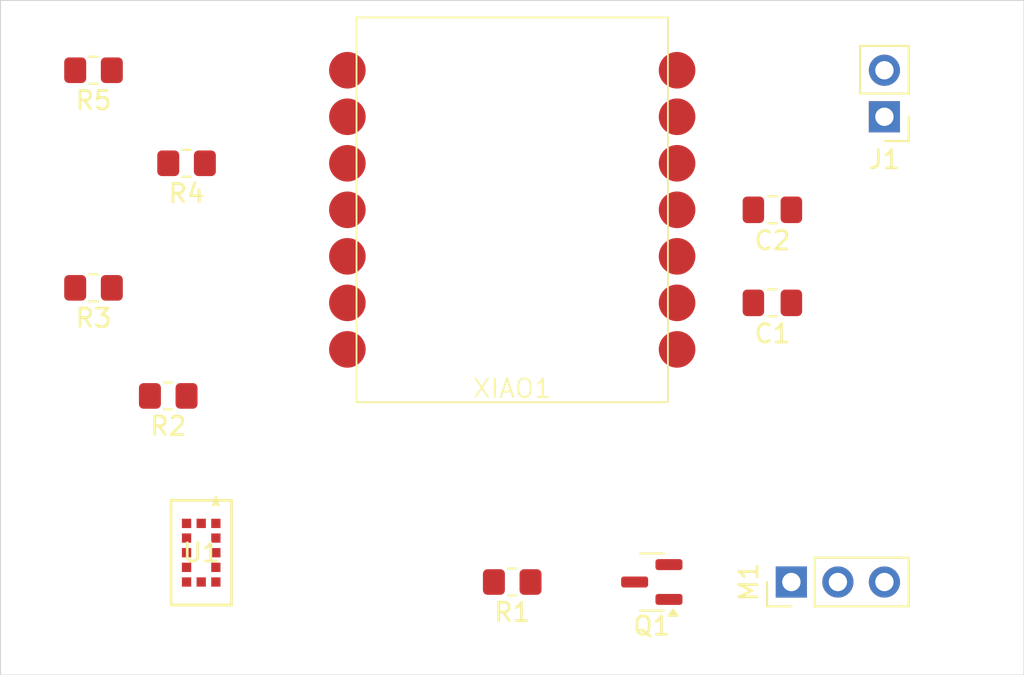
<source format=kicad_pcb>
(kicad_pcb (version 20240108) (generator "pcbnew") (generator_version "8.0")
  (title_block (title "Preliminary Board Layout") (date "2024-11-07") (rev "1") (company "Group 7: Annika Boyd, Sal Esmaeil, Mitch Montee, Nate Sjullie, Nitin Suryadevara"))
  (layers (0 "F.Cu" signal) (31 "B.Cu" signal) (34 "B.Paste" user) (35 "F.Paste" user) (36 "B.SilkS" user "B.Silkscreen") (37 "F.SilkS" user "F.Silkscreen") (38 "B.Mask" user) (39 "F.Mask" user) (44 "Edge.Cuts" user))
  (net 0 "")
  (net 1 "/3.3V ESP32")
  (net 2 "Net-(J1-Pin_1)")
  (net 3 "Net-(J1-Pin_2)")
  (net 4 "Net-(M1-PWM)")
  (net 5 "Net-(Q1-G)")
  (net 6 "Net-(R1-Pad2)")
  (net 7 "Net-(U1-SCL)")
  (net 8 "/3.3V_ESP32")
  (net 9 "Net-(U1-SDA)")
  (net 10 "Net-(U1-GPIO1)")
  (net 11 "Net-(U1-XSHUT)")
  (footprint "Capacitor_SMD:C_0805_2012Metric_Pad1.18x1.45mm_HandSolder" (layer "F.Cu") (at 162.7925 97.79 180)
    (property "Reference" "C2" (at 0 -1.68 360) (layer "F.SilkS"))
    (property "Value" "4.7 uF")
    (fp_line (start -0.261252 0.735) (end 0.261252 0.735) (stroke (width 0.12)) (layer "F.SilkS"))
    (fp_line (start -0.261252 -0.735) (end 0.261252 -0.735) (stroke (width 0.12)) (layer "F.SilkS"))
    (pad "1" smd roundrect (at -1.0375 0 180) (size 1.175 1.45) (layers "F.Cu" "F.Paste" "F.Mask") (roundrect_rratio 0.212766) (net 1 "/3.3V ESP32"))
    (pad "2" smd roundrect (at 1.0375 0 180) (size 1.175 1.45) (layers "F.Cu" "F.Paste" "F.Mask") (roundrect_rratio 0.212766) (net 2 "Net-(J1-Pin_1)"))
  )
  (footprint "Resistor_SMD:R_0805_2012Metric_Pad1.20x1.40mm_HandSolder" (layer "F.Cu") (at 130.81 95.25 180)
    (property "Reference" "R4" (at 0 -1.65 360) (layer "F.SilkS"))
    (property "Value" "10k")
    (fp_line (start -0.227064 0.735) (end 0.227064 0.735) (stroke (width 0.12)) (layer "F.SilkS"))
    (fp_line (start -0.227064 -0.735) (end 0.227064 -0.735) (stroke (width 0.12)) (layer "F.SilkS"))
    (pad "1" smd roundrect (at -1 0 180) (size 1.2 1.4) (layers "F.Cu" "F.Paste" "F.Mask") (roundrect_rratio 0.208333) (net 8 "/3.3V_ESP32"))
    (pad "2" smd roundrect (at 1 0 180) (size 1.2 1.4) (layers "F.Cu" "F.Paste" "F.Mask") (roundrect_rratio 0.208333) (net 10 "Net-(U1-GPIO1)"))
  )
  (footprint "Connector_PinHeader_2.54mm:PinHeader_1x03_P2.54mm_Vertical" (layer "F.Cu") (at 163.83 118.11 90)
    (property "Reference" "M1" (at 0 -2.33 90) (layer "F.SilkS"))
    (property "Value" "Motor_Servo")
    (fp_line (start -1.33 -1.33) (end 0 -1.33) (stroke (width 0.12)) (layer "F.SilkS"))
    (fp_line (start -1.33 0) (end -1.33 -1.33) (stroke (width 0.12)) (layer "F.SilkS"))
    (fp_line (start 1.33 1.27) (end 1.33 6.41) (stroke (width 0.12)) (layer "F.SilkS"))
    (fp_line (start -1.33 1.27) (end 1.33 1.27) (stroke (width 0.12)) (layer "F.SilkS"))
    (fp_line (start -1.33 1.27) (end -1.33 6.41) (stroke (width 0.12)) (layer "F.SilkS"))
    (fp_line (start -1.33 6.41) (end 1.33 6.41) (stroke (width 0.12)) (layer "F.SilkS"))
    (pad "1" thru_hole rect (at 0 0 90) (size 1.7 1.7) (drill 1) (layers "*.Cu" "*.Mask") (net 4 "Net-(M1-PWM)"))
    (pad "2" thru_hole oval (at 0 2.54 90) (size 1.7 1.7) (drill 1) (layers "*.Cu" "*.Mask") (net 3 "Net-(J1-Pin_2)"))
    (pad "3" thru_hole oval (at 0 5.08 90) (size 1.7 1.7) (drill 1) (layers "*.Cu" "*.Mask") (net 2 "Net-(J1-Pin_1)"))
  )
  (footprint "XIAO_:XIAO_QTpy_SMD" (layer "F.Cu") (at 148.59 87.29)
    (property "Reference" "XIAO1" (at 0 20.25 0) (layer "F.SilkS") (effects (font (thickness 0.1))))
    (property "Value" "~")
    (fp_rect (start -8.5 0) (end 8.5 21) (stroke (width 0.1)) (fill none) (layer "F.SilkS"))
    (pad "0" smd circle (at -9 2.88) (size 2 2) (layers "F.Cu" "F.Paste" "F.Mask") (net 11 "Net-(U1-XSHUT)"))
    (pad "1" smd circle (at -9 5.42) (size 2 2) (layers "F.Cu" "F.Paste" "F.Mask") (net 10 "Net-(U1-GPIO1)"))
    (pad "2" smd circle (at -9 7.96) (size 2 2) (layers "F.Cu" "F.Paste" "F.Mask"))
    (pad "3" smd circle (at -9 10.5) (size 2 2) (layers "F.Cu" "F.Paste" "F.Mask") (net 6 "Net-(R1-Pad2)"))
    (pad "3V3" smd circle (at 9 7.96) (size 2 2) (layers "F.Cu" "F.Paste" "F.Mask") (net 1 "/3.3V ESP32"))
    (pad "4" smd circle (at -9 13.04) (size 2 2) (layers "F.Cu" "F.Paste" "F.Mask") (net 9 "Net-(U1-SDA)"))
    (pad "5" smd circle (at -9 15.58) (size 2 2) (layers "F.Cu" "F.Paste" "F.Mask") (net 7 "Net-(U1-SCL)"))
    (pad "5V" smd circle (at 9 2.88) (size 2 2) (layers "F.Cu" "F.Paste" "F.Mask") (net 3 "Net-(J1-Pin_2)"))
    (pad "6" smd circle (at -9 18.12) (size 2 2) (layers "F.Cu" "F.Paste" "F.Mask"))
    (pad "7" smd circle (at 9 18.12) (size 2 2) (layers "F.Cu" "F.Paste" "F.Mask"))
    (pad "8" smd circle (at 9 15.58) (size 2 2) (layers "F.Cu" "F.Paste" "F.Mask"))
    (pad "9" smd circle (at 9 13.04) (size 2 2) (layers "F.Cu" "F.Paste" "F.Mask"))
    (pad "10" smd circle (at 9 10.5) (size 2 2) (layers "F.Cu" "F.Paste" "F.Mask"))
    (pad "GND" smd circle (at 9 5.42) (size 2 2) (layers "F.Cu" "F.Paste" "F.Mask") (net 2 "Net-(J1-Pin_1)"))
  )
  (footprint "Resistor_SMD:R_0805_2012Metric_Pad1.20x1.40mm_HandSolder" (layer "F.Cu") (at 125.73 102.05 180)
    (property "Reference" "R3" (at 0 -1.65 360) (layer "F.SilkS"))
    (property "Value" "3.6k")
    (fp_line (start -0.227064 0.735) (end 0.227064 0.735) (stroke (width 0.12)) (layer "F.SilkS"))
    (fp_line (start -0.227064 -0.735) (end 0.227064 -0.735) (stroke (width 0.12)) (layer "F.SilkS"))
    (pad "1" smd roundrect (at -1 0 180) (size 1.2 1.4) (layers "F.Cu" "F.Paste" "F.Mask") (roundrect_rratio 0.208333) (net 8 "/3.3V_ESP32"))
    (pad "2" smd roundrect (at 1 0 180) (size 1.2 1.4) (layers "F.Cu" "F.Paste" "F.Mask") (roundrect_rratio 0.208333) (net 9 "Net-(U1-SDA)"))
  )
  (footprint "Package_TO_SOT_SMD:SOT-23" (layer "F.Cu") (at 156.21 118.11 180)
    (property "Reference" "Q1" (at 0 -2.4 360) (layer "F.SilkS"))
    (property "Value" "NMOS")
    (fp_line (start 0 1.56) (end 0.65 1.56) (stroke (width 0.12)) (layer "F.SilkS"))
    (fp_line (start 0 1.56) (end -0.65 1.56) (stroke (width 0.12)) (layer "F.SilkS"))
    (fp_line (start 0 -1.56) (end 0.65 -1.56) (stroke (width 0.12)) (layer "F.SilkS"))
    (fp_line (start 0 -1.56) (end -0.65 -1.56) (stroke (width 0.12)) (layer "F.SilkS"))
    (fp_poly (pts (xy -1.1625 -1.51) (xy -1.4025 -1.84) (xy -0.9225 -1.84) (xy -1.1625 -1.51)) (stroke (width 0.12)) (fill solid) (layer "F.SilkS"))
    (pad "1" smd roundrect (at -0.9375 -0.95 180) (size 1.475 0.6) (layers "F.Cu" "F.Paste" "F.Mask") (net 4 "Net-(M1-PWM)"))
    (pad "2" smd roundrect (at -0.9375 0.95 180) (size 1.475 0.6) (layers "F.Cu" "F.Paste" "F.Mask") (net 5 "Net-(Q1-G)"))
    (pad "3" smd roundrect (at 0.9375 0 180) (size 1.475 0.6) (layers "F.Cu" "F.Paste" "F.Mask") (net 2 "Net-(J1-Pin_1)"))
  )
  (footprint "Resistor_SMD:R_0805_2012Metric_Pad1.20x1.40mm_HandSolder" (layer "F.Cu") (at 129.81 107.95 180)
    (property "Reference" "R2" (at 0 -1.65 360) (layer "F.SilkS"))
    (property "Value" "3.6k")
    (fp_line (start -0.227064 0.735) (end 0.227064 0.735) (stroke (width 0.12)) (layer "F.SilkS"))
    (fp_line (start -0.227064 -0.735) (end 0.227064 -0.735) (stroke (width 0.12)) (layer "F.SilkS"))
    (pad "1" smd roundrect (at -1 0 180) (size 1.2 1.4) (layers "F.Cu" "F.Paste" "F.Mask") (roundrect_rratio 0.208333) (net 8 "/3.3V_ESP32"))
    (pad "2" smd roundrect (at 1 0 180) (size 1.2 1.4) (layers "F.Cu" "F.Paste" "F.Mask") (roundrect_rratio 0.208333) (net 7 "Net-(U1-SCL)"))
  )
  (footprint "Capacitor_SMD:C_0805_2012Metric_Pad1.18x1.45mm_HandSolder" (layer "F.Cu") (at 162.7925 102.87 180)
    (property "Reference" "C1" (at 0 -1.68 360) (layer "F.SilkS"))
    (property "Value" "100nF")
    (fp_line (start -0.261252 0.735) (end 0.261252 0.735) (stroke (width 0.12)) (layer "F.SilkS"))
    (fp_line (start -0.261252 -0.735) (end 0.261252 -0.735) (stroke (width 0.12)) (layer "F.SilkS"))
    (pad "1" smd roundrect (at -1.0375 0 180) (size 1.175 1.45) (layers "F.Cu" "F.Paste" "F.Mask") (roundrect_rratio 0.212766) (net 1 "/3.3V ESP32"))
    (pad "2" smd roundrect (at 1.0375 0 180) (size 1.175 1.45) (layers "F.Cu" "F.Paste" "F.Mask") (roundrect_rratio 0.212766) (net 2 "Net-(J1-Pin_1)"))
  )
  (footprint "ul_VL53L4CDV0DH-1:time of flight" (layer "F.Cu") (at 131.609973 116.510001)
    (property "Reference" "U1" (at 0 0 0) (layer "F.SilkS"))
    (property "Value" "VL53L4CDV0DH/1")
    (fp_line (start -1.651 -2.8575) (end -1.651 2.8575) (stroke (width 0.1524)) (layer "F.SilkS"))
    (fp_line (start -1.651 2.8575) (end 1.651 2.8575) (stroke (width 0.1524)) (layer "F.SilkS"))
    (fp_line (start 1.651 -2.8575) (end -1.651 -2.8575) (stroke (width 0.1524)) (layer "F.SilkS"))
    (fp_line (start 1.651 2.8575) (end 1.651 -2.8575) (stroke (width 0.1524)) (layer "F.SilkS"))
    (fp_text user "*" (at 0.799973 -2.4765 360) (layer "F.SilkS"))
    (fp_text user "*" (at 0.799973 -2.4765 0) (layer "F.SilkS"))
    (pad "1" smd rect (at 0.799973 -1.599999 90) (size 0.508 0.508) (layers "F.Cu" "F.Paste" "F.Mask") (net 1 "/3.3V ESP32"))
    (pad "2" smd rect (at 0.799973 -0.800001 90) (size 0.508 0.508) (layers "F.Cu" "F.Paste" "F.Mask") (net 2 "Net-(J1-Pin_1)"))
    (pad "3" smd rect (at 0.799973 0 90) (size 0.508 0.508) (layers "F.Cu" "F.Paste" "F.Mask") (net 2 "Net-(J1-Pin_1)"))
    (pad "4" smd rect (at 0.799973 0.800001 90) (size 0.508 0.508) (layers "F.Cu" "F.Paste" "F.Mask") (net 2 "Net-(J1-Pin_1)"))
    (pad "5" smd rect (at 0.799973 1.599999 90) (size 0.508 0.508) (layers "F.Cu" "F.Paste" "F.Mask") (net 11 "Net-(U1-XSHUT)"))
    (pad "6" smd rect (at 0 1.599946) (size 0.508 0.508) (layers "F.Cu" "F.Paste" "F.Mask") (net 2 "Net-(J1-Pin_1)"))
    (pad "7" smd rect (at -0.799973 1.599999 90) (size 0.508 0.508) (layers "F.Cu" "F.Paste" "F.Mask") (net 10 "Net-(U1-GPIO1)"))
    (pad "8" smd rect (at -0.799973 0.800001 90) (size 0.508 0.508) (layers "F.Cu" "F.Paste" "F.Mask"))
    (pad "9" smd rect (at -0.799973 0 90) (size 0.508 0.508) (layers "F.Cu" "F.Paste" "F.Mask") (net 9 "Net-(U1-SDA)"))
    (pad "10" smd rect (at -0.799973 -0.800001 90) (size 0.508 0.508) (layers "F.Cu" "F.Paste" "F.Mask") (net 7 "Net-(U1-SCL)"))
    (pad "11" smd rect (at -0.799973 -1.599999 90) (size 0.508 0.508) (layers "F.Cu" "F.Paste" "F.Mask") (net 1 "/3.3V ESP32"))
    (pad "12" smd rect (at 0 -1.599946) (size 0.508 0.508) (layers "F.Cu" "F.Paste" "F.Mask") (net 2 "Net-(J1-Pin_1)"))
  )
  (footprint "Resistor_SMD:R_0805_2012Metric_Pad1.20x1.40mm_HandSolder" (layer "F.Cu") (at 125.73 90.17 180)
    (property "Reference" "R5" (at 0 -1.65 360) (layer "F.SilkS"))
    (property "Value" "10k")
    (fp_line (start -0.227064 0.735) (end 0.227064 0.735) (stroke (width 0.12)) (layer "F.SilkS"))
    (fp_line (start -0.227064 -0.735) (end 0.227064 -0.735) (stroke (width 0.12)) (layer "F.SilkS"))
    (pad "1" smd roundrect (at -1 0 180) (size 1.2 1.4) (layers "F.Cu" "F.Paste" "F.Mask") (roundrect_rratio 0.208333) (net 8 "/3.3V_ESP32"))
    (pad "2" smd roundrect (at 1 0 180) (size 1.2 1.4) (layers "F.Cu" "F.Paste" "F.Mask") (roundrect_rratio 0.208333) (net 11 "Net-(U1-XSHUT)"))
  )
  (footprint "Connector_PinHeader_2.54mm:PinHeader_1x02_P2.54mm_Vertical" (layer "F.Cu") (at 168.91 92.71 180)
    (property "Reference" "J1" (at 0 -2.33 360) (layer "F.SilkS"))
    (property "Value" "Input")
    (fp_line (start 1.33 1.27) (end 1.33 3.87) (stroke (width 0.12)) (layer "F.SilkS"))
    (fp_line (start -1.33 3.87) (end 1.33 3.87) (stroke (width 0.12)) (layer "F.SilkS"))
    (fp_line (start -1.33 1.27) (end 1.33 1.27) (stroke (width 0.12)) (layer "F.SilkS"))
    (fp_line (start -1.33 1.27) (end -1.33 3.87) (stroke (width 0.12)) (layer "F.SilkS"))
    (fp_line (start -1.33 0) (end -1.33 -1.33) (stroke (width 0.12)) (layer "F.SilkS"))
    (fp_line (start -1.33 -1.33) (end 0 -1.33) (stroke (width 0.12)) (layer "F.SilkS"))
    (pad "1" thru_hole rect (at 0 0 180) (size 1.7 1.7) (drill 1) (layers "*.Cu" "*.Mask") (net 2 "Net-(J1-Pin_1)"))
    (pad "2" thru_hole oval (at 0 2.54 180) (size 1.7 1.7) (drill 1) (layers "*.Cu" "*.Mask") (net 3 "Net-(J1-Pin_2)"))
  )
  (footprint "Resistor_SMD:R_0805_2012Metric_Pad1.20x1.40mm_HandSolder" (layer "F.Cu") (at 148.59 118.11 180)
    (property "Reference" "R1" (at 0 -1.65 360) (layer "F.SilkS"))
    (property "Value" "100")
    (fp_line (start -0.227064 0.735) (end 0.227064 0.735) (stroke (width 0.12)) (layer "F.SilkS"))
    (fp_line (start -0.227064 -0.735) (end 0.227064 -0.735) (stroke (width 0.12)) (layer "F.SilkS"))
    (pad "1" smd roundrect (at -1 0 180) (size 1.2 1.4) (layers "F.Cu" "F.Paste" "F.Mask") (roundrect_rratio 0.208333) (net 5 "Net-(Q1-G)"))
    (pad "2" smd roundrect (at 1 0 180) (size 1.2 1.4) (layers "F.Cu" "F.Paste" "F.Mask") (roundrect_rratio 0.208333) (net 6 "Net-(R1-Pad2)"))
  )
  (gr_rect (start 120.65 86.36) (end 176.53 123.19) (stroke (width 0.05)) (fill none) (layer "Edge.Cuts"))
)
</source>
